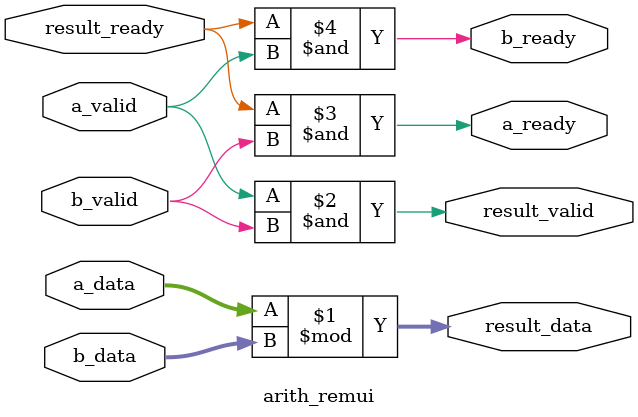
<source format=sv>
module arith_remui #(parameter int WIDTH = 32) (
    input  logic             a_valid,
    output logic             a_ready,
    input  logic [WIDTH-1:0] a_data,
    input  logic             b_valid,
    output logic             b_ready,
    input  logic [WIDTH-1:0] b_data,
    output logic             result_valid,
    input  logic             result_ready,
    output logic [WIDTH-1:0] result_data
);
  assign result_data  = a_data % b_data;
  assign result_valid = a_valid & b_valid;
  assign a_ready      = result_ready & b_valid;
  assign b_ready      = result_ready & a_valid;
endmodule

</source>
